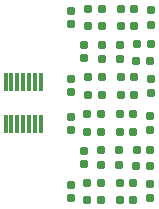
<source format=gbr>
%TF.GenerationSoftware,KiCad,Pcbnew,(7.0.0)*%
%TF.CreationDate,2023-05-27T11:23:17+01:00*%
%TF.ProjectId,FF_Filter_PCB,46465f46-696c-4746-9572-5f5043422e6b,rev?*%
%TF.SameCoordinates,Original*%
%TF.FileFunction,Soldermask,Bot*%
%TF.FilePolarity,Negative*%
%FSLAX46Y46*%
G04 Gerber Fmt 4.6, Leading zero omitted, Abs format (unit mm)*
G04 Created by KiCad (PCBNEW (7.0.0)) date 2023-05-27 11:23:17*
%MOMM*%
%LPD*%
G01*
G04 APERTURE LIST*
G04 Aperture macros list*
%AMRoundRect*
0 Rectangle with rounded corners*
0 $1 Rounding radius*
0 $2 $3 $4 $5 $6 $7 $8 $9 X,Y pos of 4 corners*
0 Add a 4 corners polygon primitive as box body*
4,1,4,$2,$3,$4,$5,$6,$7,$8,$9,$2,$3,0*
0 Add four circle primitives for the rounded corners*
1,1,$1+$1,$2,$3*
1,1,$1+$1,$4,$5*
1,1,$1+$1,$6,$7*
1,1,$1+$1,$8,$9*
0 Add four rect primitives between the rounded corners*
20,1,$1+$1,$2,$3,$4,$5,0*
20,1,$1+$1,$4,$5,$6,$7,0*
20,1,$1+$1,$6,$7,$8,$9,0*
20,1,$1+$1,$8,$9,$2,$3,0*%
G04 Aperture macros list end*
%ADD10RoundRect,0.160000X-0.197500X-0.160000X0.197500X-0.160000X0.197500X0.160000X-0.197500X0.160000X0*%
%ADD11RoundRect,0.155000X0.212500X0.155000X-0.212500X0.155000X-0.212500X-0.155000X0.212500X-0.155000X0*%
%ADD12RoundRect,0.155000X0.155000X-0.212500X0.155000X0.212500X-0.155000X0.212500X-0.155000X-0.212500X0*%
%ADD13RoundRect,0.160000X0.160000X-0.197500X0.160000X0.197500X-0.160000X0.197500X-0.160000X-0.197500X0*%
%ADD14RoundRect,0.155000X-0.212500X-0.155000X0.212500X-0.155000X0.212500X0.155000X-0.212500X0.155000X0*%
%ADD15RoundRect,0.160000X0.197500X0.160000X-0.197500X0.160000X-0.197500X-0.160000X0.197500X-0.160000X0*%
%ADD16RoundRect,0.160000X-0.160000X0.197500X-0.160000X-0.197500X0.160000X-0.197500X0.160000X0.197500X0*%
%ADD17RoundRect,0.155000X-0.155000X0.212500X-0.155000X-0.212500X0.155000X-0.212500X0.155000X0.212500X0*%
%ADD18R,0.300000X1.600000*%
G04 APERTURE END LIST*
D10*
%TO.C,R18*%
X78558500Y-54201000D03*
X79753500Y-54201000D03*
%TD*%
D11*
%TO.C,C3*%
X82427500Y-57385000D03*
X81292500Y-57385000D03*
%TD*%
D12*
%TO.C,C6*%
X77110000Y-62970000D03*
X77110000Y-61835000D03*
%TD*%
D13*
%TO.C,R4*%
X81210000Y-60130000D03*
X81210000Y-58935000D03*
%TD*%
D14*
%TO.C,C12*%
X82748500Y-49948500D03*
X83883500Y-49948500D03*
%TD*%
%TO.C,C1*%
X81292500Y-55885000D03*
X82427500Y-55885000D03*
%TD*%
D15*
%TO.C,R5*%
X83807500Y-60282500D03*
X82612500Y-60282500D03*
%TD*%
D11*
%TO.C,C7*%
X82427500Y-63152500D03*
X81292500Y-63152500D03*
%TD*%
D15*
%TO.C,R14*%
X83853500Y-51331000D03*
X82658500Y-51331000D03*
%TD*%
D12*
%TO.C,C16*%
X78256000Y-51151000D03*
X78256000Y-50016000D03*
%TD*%
D16*
%TO.C,R16*%
X79756000Y-49986000D03*
X79756000Y-51181000D03*
%TD*%
D10*
%TO.C,R9*%
X78512500Y-63152500D03*
X79707500Y-63152500D03*
%TD*%
D12*
%TO.C,C10*%
X77156000Y-48251000D03*
X77156000Y-47116000D03*
%TD*%
D15*
%TO.C,R1*%
X79707500Y-55885000D03*
X78512500Y-55885000D03*
%TD*%
D11*
%TO.C,C11*%
X82473500Y-48433500D03*
X81338500Y-48433500D03*
%TD*%
D12*
%TO.C,C2*%
X77110000Y-57202500D03*
X77110000Y-56067500D03*
%TD*%
%TO.C,C8*%
X78210000Y-60102500D03*
X78210000Y-58967500D03*
%TD*%
D10*
%TO.C,R12*%
X78558500Y-48433500D03*
X79753500Y-48433500D03*
%TD*%
D13*
%TO.C,R17*%
X83906000Y-54048500D03*
X83906000Y-52853500D03*
%TD*%
D14*
%TO.C,C4*%
X82702500Y-58900000D03*
X83837500Y-58900000D03*
%TD*%
D11*
%TO.C,C15*%
X82473500Y-54201000D03*
X81338500Y-54201000D03*
%TD*%
D13*
%TO.C,R2*%
X83860000Y-57232500D03*
X83860000Y-56037500D03*
%TD*%
D17*
%TO.C,C14*%
X77156000Y-52883500D03*
X77156000Y-54018500D03*
%TD*%
D16*
%TO.C,R7*%
X79710000Y-58937500D03*
X79710000Y-60132500D03*
%TD*%
D13*
%TO.C,R11*%
X83906000Y-48281000D03*
X83906000Y-47086000D03*
%TD*%
D15*
%TO.C,R10*%
X79753500Y-46933500D03*
X78558500Y-46933500D03*
%TD*%
D14*
%TO.C,C13*%
X81338500Y-52701000D03*
X82473500Y-52701000D03*
%TD*%
D13*
%TO.C,R13*%
X81256000Y-51178500D03*
X81256000Y-49983500D03*
%TD*%
%TO.C,R8*%
X83860000Y-63000000D03*
X83860000Y-61805000D03*
%TD*%
D10*
%TO.C,R3*%
X78512500Y-57385000D03*
X79707500Y-57385000D03*
%TD*%
D18*
%TO.C,J1*%
X74602737Y-53099999D03*
X74102737Y-53099999D03*
X73602737Y-53099999D03*
X73102737Y-53099999D03*
X72602737Y-53099999D03*
X72102737Y-53099999D03*
X71602737Y-53099999D03*
X74602737Y-56699999D03*
X74102737Y-56699999D03*
X73602737Y-56699999D03*
X73102737Y-56699999D03*
X72602737Y-56699999D03*
X72102737Y-56699999D03*
X71602737Y-56699999D03*
%TD*%
D14*
%TO.C,C9*%
X81338500Y-46933500D03*
X82473500Y-46933500D03*
%TD*%
%TO.C,C5*%
X81292500Y-61652500D03*
X82427500Y-61652500D03*
%TD*%
D15*
%TO.C,R15*%
X79753500Y-52701000D03*
X78558500Y-52701000D03*
%TD*%
%TO.C,R6*%
X79707500Y-61652500D03*
X78512500Y-61652500D03*
%TD*%
M02*

</source>
